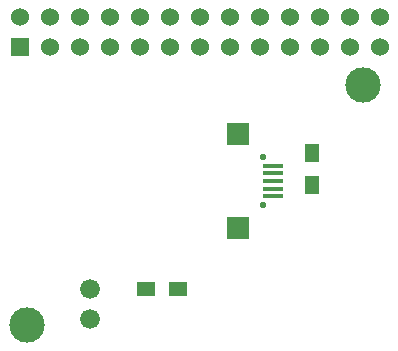
<source format=gbr>
G04 #@! TF.FileFunction,Soldermask,Bot*
%FSLAX46Y46*%
G04 Gerber Fmt 4.6, Leading zero omitted, Abs format (unit mm)*
G04 Created by KiCad (PCBNEW 4.0.1-stable) date 7/11/2016 2:58:10 PM*
%MOMM*%
G01*
G04 APERTURE LIST*
%ADD10C,0.150000*%
%ADD11C,3.000000*%
%ADD12R,1.524000X1.524000*%
%ADD13C,1.524000*%
%ADD14C,1.676400*%
%ADD15R,1.300000X1.500000*%
%ADD16R,1.500000X1.300000*%
%ADD17R,1.800000X0.400000*%
%ADD18C,0.550000*%
%ADD19R,1.900000X1.900000*%
G04 APERTURE END LIST*
D10*
D11*
X30988000Y-7620000D03*
X2540000Y-27940000D03*
D12*
X1905000Y-4445000D03*
D13*
X1905000Y-1905000D03*
X4445000Y-4445000D03*
X4445000Y-1905000D03*
X6985000Y-4445000D03*
X6985000Y-1905000D03*
X9525000Y-4445000D03*
X9525000Y-1905000D03*
X12065000Y-4445000D03*
X12065000Y-1905000D03*
X14605000Y-4445000D03*
X14605000Y-1905000D03*
X17145000Y-4445000D03*
X17145000Y-1905000D03*
X19685000Y-4445000D03*
X19685000Y-1905000D03*
X22225000Y-4445000D03*
X22225000Y-1905000D03*
X24765000Y-4445000D03*
X24765000Y-1905000D03*
X27305000Y-4445000D03*
X27305000Y-1905000D03*
X29845000Y-4445000D03*
X29845000Y-1905000D03*
X32385000Y-4445000D03*
X32385000Y-1905000D03*
D14*
X7874000Y-24892000D03*
X7874000Y-27432000D03*
D15*
X26670000Y-16082000D03*
X26670000Y-13382000D03*
D16*
X15320000Y-24892000D03*
X12620000Y-24892000D03*
D17*
X23387000Y-17048000D03*
X23387000Y-16398000D03*
X23387000Y-15748000D03*
X23387000Y-15098000D03*
X23387000Y-14448000D03*
D18*
X22462000Y-17748000D03*
X22462000Y-13748000D03*
D19*
X20362000Y-19698000D03*
X20362000Y-11798000D03*
M02*

</source>
